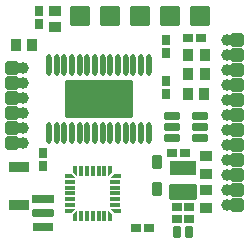
<source format=gts>
G04 Layer: TopSolderMaskLayer*
G04 EasyEDA v6.5.22, 2022-11-24 13:33:34*
G04 a569f08a9e4f4569b8c6db444d38c7d5,dbbd32702ee04327bcd14b3349a77860,10*
G04 Gerber Generator version 0.2*
G04 Scale: 100 percent, Rotated: No, Reflected: No *
G04 Dimensions in millimeters *
G04 leading zeros omitted , absolute positions ,4 integer and 5 decimal *
%FSLAX45Y45*%
%MOMM*%

%AMMACRO1*1,1,$1,$2,$3*1,1,$1,$4,$5*1,1,$1,0-$2,0-$3*1,1,$1,0-$4,0-$5*20,1,$1,$2,$3,$4,$5,0*20,1,$1,$4,$5,0-$2,0-$3,0*20,1,$1,0-$2,0-$3,0-$4,0-$5,0*20,1,$1,0-$4,0-$5,$2,$3,0*4,1,4,$2,$3,$4,$5,0-$2,0-$3,0-$4,0-$5,$2,$3,0*%
%AMMACRO2*4,1,4,-0.4001,-0.1994,-0.4001,0.1994,0.4001,0.1994,0.4001,-0.1994,-0.4001,-0.1994,0*%
%AMMACRO3*4,1,5,-0.3886,-0.2007,-0.3886,-0.0787,-0.1092,0.2007,0.3886,0.2007,0.3886,-0.2007,-0.3886,-0.2007,0*%
%AMMACRO4*4,1,5,-0.2007,-0.3874,-0.2007,0.3874,0.2007,0.3874,0.2007,-0.108,-0.0787,-0.3874,-0.2007,-0.3874,0*%
%AMMACRO5*4,1,5,-0.3874,-0.2007,-0.3874,0.2007,0.108,0.2007,0.3874,-0.0787,0.3874,-0.2007,-0.3874,-0.2007,0*%
%AMMACRO6*4,1,5,0.08,-0.3874,-0.1994,-0.108,-0.1994,0.3874,0.1994,0.3874,0.1994,-0.3874,0.08,-0.3874,0*%
%AMMACRO7*4,1,5,-0.1994,-0.3873,-0.1994,0.1079,0.08,0.3873,0.1994,0.3873,0.1994,-0.3873,-0.1994,-0.3873,0*%
%AMMACRO8*4,1,5,-0.3874,-0.2007,-0.3874,0.2007,0.3874,0.2007,0.3874,0.0787,0.108,-0.2007,-0.3874,-0.2007,0*%
%AMMACRO9*4,1,5,-0.1092,-0.2007,-0.3886,0.0787,-0.3886,0.2007,0.3886,0.2007,0.3886,-0.2007,-0.1092,-0.2007,0*%
%AMMACRO10*4,1,5,-0.2007,-0.3873,-0.2007,0.3873,-0.0787,0.3873,0.2007,0.1079,0.2007,-0.3873,-0.2007,-0.3873,0*%
%ADD10MACRO1,0.1016X0.45X0.4X0.45X-0.4*%
%ADD11MACRO1,0.1016X-0.395X-0.27X-0.395X0.27*%
%ADD12MACRO1,0.1016X0.395X-0.27X0.395X0.27*%
%ADD13MACRO1,0.1016X0.375X0.5X0.375X-0.5*%
%ADD14R,2.3016X1.3016*%
%ADD15MACRO1,0.1016X-1.1X-0.6X-1.1X0.6*%
%ADD16MACRO1,0.1016X0.432X-0.4032X-0.432X-0.4032*%
%ADD17MACRO1,0.1016X0.432X0.4032X-0.432X0.4032*%
%ADD18MACRO1,0.1016X-0.432X0.4032X0.432X0.4032*%
%ADD19MACRO1,0.1016X-0.432X-0.4032X0.432X-0.4032*%
%ADD20MACRO1,0.1016X-0.6X-0.275X-0.6X0.275*%
%ADD21MACRO1,0.2032X-0.25X0.4X0.25X0.4*%
%ADD22MACRO1,0.1016X0.762X0.4X0.762X-0.4*%
%ADD23O,0.4446016X1.8330926000000003*%
%ADD24MACRO1,0.1X2.8X-1.55X-2.8X-1.55*%
%ADD25MACRO1,0.1X-0.15X0.35X0.15X0.35*%
%ADD26MACRO1,0.1X-0.35X0.15X0.35X0.15*%
%ADD27MACRO2*%
%ADD28MACRO3*%
%ADD29MACRO4*%
%ADD30MACRO5*%
%ADD31MACRO6*%
%ADD32MACRO7*%
%ADD33MACRO8*%
%ADD34MACRO9*%
%ADD35MACRO10*%
%ADD36R,1.8016X0.7516*%
%ADD37MACRO1,0.1016X-0.85X-0.25X-0.85X0.25*%
%ADD38MACRO1,0.1016X-0.85X-0.325X-0.85X0.325*%
%ADD39MACRO1,0.1016X0.4X-0.45X-0.4X-0.45*%
%ADD40C,1.0016*%
%ADD41MACRO1,0.2032X0.45X-0.45X-0.45X-0.45*%
%ADD42MACRO1,0.1016X0.7874X0.7874X0.7874X-0.7874*%
%ADD43MACRO1,0.1016X-0.27X0.395X0.27X0.395*%
%ADD44MACRO1,0.1016X-0.27X-0.395X0.27X-0.395*%
%ADD45MACRO1,0.1016X0.395X0.27X0.395X-0.27*%
%ADD46MACRO1,0.1016X-0.395X0.27X-0.395X-0.27*%
%ADD47MACRO1,0.1016X0.27X-0.395X-0.27X-0.395*%
%ADD48MACRO1,0.1016X0.27X0.395X-0.27X0.395*%
%ADD49MACRO1,0.2032X-0.45X0.45X0.45X0.45*%
%ADD50MACRO1,0.1016X-0.4X0.45X0.4X0.45*%

%LPD*%
D10*
G01*
X431327Y-222115D03*
G01*
X431327Y-82115D03*
D11*
G01*
X1527705Y-1282700D03*
D12*
G01*
X1418694Y-1282700D03*
D13*
G01*
X1290980Y-1591374D03*
G01*
X1290980Y-1356869D03*
D14*
G01*
X1511300Y-1408480D03*
D15*
G01*
X1511300Y-1614119D03*
D16*
G01*
X1706295Y-1312729D03*
D17*
G01*
X1706295Y-1463379D03*
D18*
G01*
X1706295Y-1751597D03*
D19*
G01*
X1706295Y-1600948D03*
D20*
G01*
X1416700Y-1161796D03*
G01*
X1416700Y-971803D03*
G01*
X1656701Y-971803D03*
G01*
X1656701Y-1066800D03*
G01*
X1656701Y-1161796D03*
G01*
X1416700Y-1066800D03*
D11*
G01*
X1222905Y-1917700D03*
D12*
G01*
X1113894Y-1917700D03*
D21*
G01*
X1561301Y-1955800D03*
G01*
X1461301Y-1955800D03*
D22*
G01*
X121091Y-1729237D03*
G01*
X121091Y-1399136D03*
D23*
G01*
X1222120Y-541045D03*
G01*
X1157122Y-541045D03*
G01*
X1092123Y-541045D03*
G01*
X1027125Y-541045D03*
G01*
X962126Y-541045D03*
G01*
X897128Y-541045D03*
G01*
X832104Y-541045D03*
G01*
X767105Y-541045D03*
G01*
X702106Y-541045D03*
G01*
X637108Y-541045D03*
G01*
X572109Y-541045D03*
G01*
X507111Y-541045D03*
G01*
X442112Y-541045D03*
G01*
X377113Y-541045D03*
G01*
X1222120Y-1114196D03*
G01*
X1157122Y-1114196D03*
G01*
X1092123Y-1114196D03*
G01*
X1027125Y-1114196D03*
G01*
X962126Y-1114196D03*
G01*
X897128Y-1114196D03*
G01*
X832104Y-1114196D03*
G01*
X767105Y-1114196D03*
G01*
X702106Y-1114196D03*
G01*
X637108Y-1114196D03*
G01*
X572109Y-1114196D03*
G01*
X507111Y-1114196D03*
G01*
X442112Y-1114196D03*
G01*
X377113Y-1114196D03*
D24*
G01*
X799607Y-827614D03*
D25*
G01*
X646568Y-1819738D03*
G01*
X696581Y-1819738D03*
G01*
X746568Y-1819738D03*
G01*
X796580Y-1819738D03*
G01*
X846568Y-1819738D03*
D26*
G01*
X939069Y-1727235D03*
G01*
X939069Y-1677249D03*
G01*
X939069Y-1627237D03*
G01*
X939069Y-1577249D03*
G01*
X939069Y-1527237D03*
D25*
G01*
X846568Y-1434732D03*
G01*
X796580Y-1434732D03*
G01*
X746568Y-1434732D03*
G01*
X696581Y-1434732D03*
G01*
X646568Y-1434732D03*
D27*
G01*
X554100Y-1527175D03*
D26*
G01*
X554065Y-1577249D03*
G01*
X554065Y-1627237D03*
G01*
X554065Y-1677249D03*
G01*
X554065Y-1727235D03*
D28*
G01*
X940307Y-1477263D03*
D29*
G01*
X896620Y-1433448D03*
D30*
G01*
X552830Y-1477263D03*
D31*
G01*
X596518Y-1433448D03*
D32*
G01*
X596518Y-1821052D03*
D33*
G01*
X552830Y-1777238D03*
D34*
G01*
X940307Y-1777238D03*
D35*
G01*
X896620Y-1821052D03*
D36*
G01*
X322249Y-1911350D03*
D37*
G01*
X322244Y-1791360D03*
D38*
G01*
X322244Y-1671360D03*
D39*
G01*
X1556235Y-455345D03*
G01*
X1696234Y-455345D03*
D11*
G01*
X1565805Y-1739900D03*
D12*
G01*
X1456794Y-1739900D03*
D40*
G01*
X1880412Y-1722272D03*
G01*
X1880412Y-1595272D03*
G01*
X1880412Y-1468272D03*
G01*
X1880412Y-1341272D03*
G01*
X1880412Y-1214272D03*
G01*
X1880412Y-1087272D03*
G01*
X1880412Y-960272D03*
G01*
X1880412Y-833272D03*
G01*
X1880412Y-706272D03*
G01*
X1880412Y-579272D03*
G01*
X1880412Y-452272D03*
G01*
X1880412Y-325272D03*
D41*
G01*
X1969324Y-1722269D03*
G01*
X1969324Y-1595269D03*
G01*
X1969324Y-1468269D03*
G01*
X1969324Y-1087269D03*
G01*
X1969324Y-1214269D03*
G01*
X1969324Y-1341269D03*
G01*
X1969324Y-706269D03*
G01*
X1969324Y-833269D03*
G01*
X1969324Y-960269D03*
G01*
X1969324Y-325269D03*
G01*
X1969324Y-452269D03*
G01*
X1969324Y-579269D03*
D42*
G01*
X1145677Y-123093D03*
G01*
X891677Y-123093D03*
G01*
X637677Y-123093D03*
G01*
X1652254Y-123093D03*
G01*
X1398061Y-123093D03*
D43*
G01*
X1365036Y-440799D03*
D44*
G01*
X1365036Y-331787D03*
D45*
G01*
X1553715Y-315239D03*
D46*
G01*
X1662727Y-315239D03*
D11*
G01*
X1565805Y-1841500D03*
D12*
G01*
X1456794Y-1841500D03*
D43*
G01*
X330250Y-1393522D03*
D44*
G01*
X330250Y-1284511D03*
D47*
G01*
X1366037Y-675048D03*
D48*
G01*
X1366037Y-784059D03*
D49*
G01*
X67603Y-947178D03*
G01*
X67603Y-1074178D03*
G01*
X67603Y-1201178D03*
G01*
X67603Y-820178D03*
G01*
X67603Y-693178D03*
G01*
X67603Y-566178D03*
D40*
G01*
X156489Y-1201165D03*
G01*
X156489Y-1074165D03*
G01*
X156489Y-947165D03*
G01*
X156489Y-820165D03*
G01*
X156489Y-693165D03*
G01*
X156489Y-566165D03*
D39*
G01*
X1552232Y-783595D03*
G01*
X1692231Y-783595D03*
G01*
X1554233Y-619470D03*
G01*
X1694233Y-619470D03*
D50*
G01*
X236115Y-368046D03*
G01*
X96116Y-368046D03*
D43*
G01*
X296224Y-190609D03*
D44*
G01*
X296224Y-81597D03*
M02*

</source>
